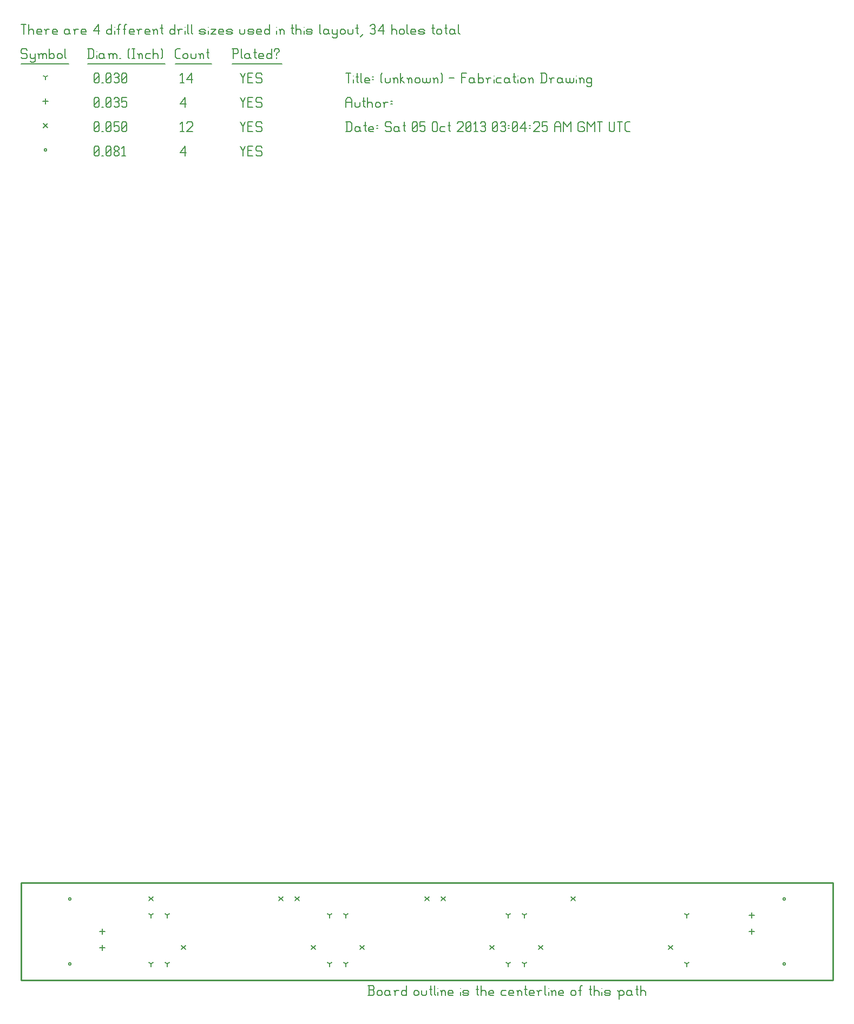
<source format=gbr>
G04 start of page 12 for group -3984 idx -3984 *
G04 Title: (unknown), fab *
G04 Creator: pcb 1.99z *
G04 CreationDate: Sat 05 Oct 2013 03:04:25 AM GMT UTC *
G04 For: commonadmin *
G04 Format: Gerber/RS-274X *
G04 PCB-Dimensions: 600000 500000 *
G04 PCB-Coordinate-Origin: lower left *
%MOIN*%
%FSLAX25Y25*%
%LNFAB*%
%ADD49C,0.0100*%
%ADD48C,0.0075*%
%ADD47C,0.0060*%
%ADD46C,0.0080*%
G54D46*X29200Y10000D02*G75*G03X30800Y10000I800J0D01*G01*
G75*G03X29200Y10000I-800J0D01*G01*
Y50000D02*G75*G03X30800Y50000I800J0D01*G01*
G75*G03X29200Y50000I-800J0D01*G01*
X469200D02*G75*G03X470800Y50000I800J0D01*G01*
G75*G03X469200Y50000I-800J0D01*G01*
Y10000D02*G75*G03X470800Y10000I800J0D01*G01*
G75*G03X469200Y10000I-800J0D01*G01*
X14200Y511250D02*G75*G03X15800Y511250I800J0D01*G01*
G75*G03X14200Y511250I-800J0D01*G01*
G54D47*X135000Y513500D02*X136500Y510500D01*
X138000Y513500D01*
X136500Y510500D02*Y507500D01*
X139800Y510800D02*X142050D01*
X139800Y507500D02*X142800D01*
X139800Y513500D02*Y507500D01*
Y513500D02*X142800D01*
X147600D02*X148350Y512750D01*
X145350Y513500D02*X147600D01*
X144600Y512750D02*X145350Y513500D01*
X144600Y512750D02*Y511250D01*
X145350Y510500D01*
X147600D01*
X148350Y509750D01*
Y508250D01*
X147600Y507500D02*X148350Y508250D01*
X145350Y507500D02*X147600D01*
X144600Y508250D02*X145350Y507500D01*
X98000Y509750D02*X101000Y513500D01*
X98000Y509750D02*X101750D01*
X101000Y513500D02*Y507500D01*
X45000Y508250D02*X45750Y507500D01*
X45000Y512750D02*Y508250D01*
Y512750D02*X45750Y513500D01*
X47250D01*
X48000Y512750D01*
Y508250D01*
X47250Y507500D02*X48000Y508250D01*
X45750Y507500D02*X47250D01*
X45000Y509000D02*X48000Y512000D01*
X49800Y507500D02*X50550D01*
X52350Y508250D02*X53100Y507500D01*
X52350Y512750D02*Y508250D01*
Y512750D02*X53100Y513500D01*
X54600D01*
X55350Y512750D01*
Y508250D01*
X54600Y507500D02*X55350Y508250D01*
X53100Y507500D02*X54600D01*
X52350Y509000D02*X55350Y512000D01*
X57150Y508250D02*X57900Y507500D01*
X57150Y509450D02*Y508250D01*
Y509450D02*X58200Y510500D01*
X59100D01*
X60150Y509450D01*
Y508250D01*
X59400Y507500D02*X60150Y508250D01*
X57900Y507500D02*X59400D01*
X57150Y511550D02*X58200Y510500D01*
X57150Y512750D02*Y511550D01*
Y512750D02*X57900Y513500D01*
X59400D01*
X60150Y512750D01*
Y511550D01*
X59100Y510500D02*X60150Y511550D01*
X61950Y512300D02*X63150Y513500D01*
Y507500D01*
X61950D02*X64200D01*
X318800Y21200D02*X321200Y18800D01*
X318800D02*X321200Y21200D01*
X398800D02*X401200Y18800D01*
X398800D02*X401200Y21200D01*
X258800Y51200D02*X261200Y48800D01*
X258800D02*X261200Y51200D01*
X338800D02*X341200Y48800D01*
X338800D02*X341200Y51200D01*
X168800D02*X171200Y48800D01*
X168800D02*X171200Y51200D01*
X248800D02*X251200Y48800D01*
X248800D02*X251200Y51200D01*
X78800D02*X81200Y48800D01*
X78800D02*X81200Y51200D01*
X158800D02*X161200Y48800D01*
X158800D02*X161200Y51200D01*
X208800Y21200D02*X211200Y18800D01*
X208800D02*X211200Y21200D01*
X288800D02*X291200Y18800D01*
X288800D02*X291200Y21200D01*
X98800D02*X101200Y18800D01*
X98800D02*X101200Y21200D01*
X178800D02*X181200Y18800D01*
X178800D02*X181200Y21200D01*
X13800Y527450D02*X16200Y525050D01*
X13800D02*X16200Y527450D01*
X135000Y528500D02*X136500Y525500D01*
X138000Y528500D01*
X136500Y525500D02*Y522500D01*
X139800Y525800D02*X142050D01*
X139800Y522500D02*X142800D01*
X139800Y528500D02*Y522500D01*
Y528500D02*X142800D01*
X147600D02*X148350Y527750D01*
X145350Y528500D02*X147600D01*
X144600Y527750D02*X145350Y528500D01*
X144600Y527750D02*Y526250D01*
X145350Y525500D01*
X147600D01*
X148350Y524750D01*
Y523250D01*
X147600Y522500D02*X148350Y523250D01*
X145350Y522500D02*X147600D01*
X144600Y523250D02*X145350Y522500D01*
X98000Y527300D02*X99200Y528500D01*
Y522500D01*
X98000D02*X100250D01*
X102050Y527750D02*X102800Y528500D01*
X105050D01*
X105800Y527750D01*
Y526250D01*
X102050Y522500D02*X105800Y526250D01*
X102050Y522500D02*X105800D01*
X45000Y523250D02*X45750Y522500D01*
X45000Y527750D02*Y523250D01*
Y527750D02*X45750Y528500D01*
X47250D01*
X48000Y527750D01*
Y523250D01*
X47250Y522500D02*X48000Y523250D01*
X45750Y522500D02*X47250D01*
X45000Y524000D02*X48000Y527000D01*
X49800Y522500D02*X50550D01*
X52350Y523250D02*X53100Y522500D01*
X52350Y527750D02*Y523250D01*
Y527750D02*X53100Y528500D01*
X54600D01*
X55350Y527750D01*
Y523250D01*
X54600Y522500D02*X55350Y523250D01*
X53100Y522500D02*X54600D01*
X52350Y524000D02*X55350Y527000D01*
X57150Y528500D02*X60150D01*
X57150D02*Y525500D01*
X57900Y526250D01*
X59400D01*
X60150Y525500D01*
Y523250D01*
X59400Y522500D02*X60150Y523250D01*
X57900Y522500D02*X59400D01*
X57150Y523250D02*X57900Y522500D01*
X61950Y523250D02*X62700Y522500D01*
X61950Y527750D02*Y523250D01*
Y527750D02*X62700Y528500D01*
X64200D01*
X64950Y527750D01*
Y523250D01*
X64200Y522500D02*X64950Y523250D01*
X62700Y522500D02*X64200D01*
X61950Y524000D02*X64950Y527000D01*
X50000Y31600D02*Y28400D01*
X48400Y30000D02*X51600D01*
X50000Y21600D02*Y18400D01*
X48400Y20000D02*X51600D01*
X450000Y31600D02*Y28400D01*
X448400Y30000D02*X451600D01*
X450000Y41600D02*Y38400D01*
X448400Y40000D02*X451600D01*
X15000Y542850D02*Y539650D01*
X13400Y541250D02*X16600D01*
X135000Y543500D02*X136500Y540500D01*
X138000Y543500D01*
X136500Y540500D02*Y537500D01*
X139800Y540800D02*X142050D01*
X139800Y537500D02*X142800D01*
X139800Y543500D02*Y537500D01*
Y543500D02*X142800D01*
X147600D02*X148350Y542750D01*
X145350Y543500D02*X147600D01*
X144600Y542750D02*X145350Y543500D01*
X144600Y542750D02*Y541250D01*
X145350Y540500D01*
X147600D01*
X148350Y539750D01*
Y538250D01*
X147600Y537500D02*X148350Y538250D01*
X145350Y537500D02*X147600D01*
X144600Y538250D02*X145350Y537500D01*
X98000Y539750D02*X101000Y543500D01*
X98000Y539750D02*X101750D01*
X101000Y543500D02*Y537500D01*
X45000Y538250D02*X45750Y537500D01*
X45000Y542750D02*Y538250D01*
Y542750D02*X45750Y543500D01*
X47250D01*
X48000Y542750D01*
Y538250D01*
X47250Y537500D02*X48000Y538250D01*
X45750Y537500D02*X47250D01*
X45000Y539000D02*X48000Y542000D01*
X49800Y537500D02*X50550D01*
X52350Y538250D02*X53100Y537500D01*
X52350Y542750D02*Y538250D01*
Y542750D02*X53100Y543500D01*
X54600D01*
X55350Y542750D01*
Y538250D01*
X54600Y537500D02*X55350Y538250D01*
X53100Y537500D02*X54600D01*
X52350Y539000D02*X55350Y542000D01*
X57150Y542750D02*X57900Y543500D01*
X59400D01*
X60150Y542750D01*
X59400Y537500D02*X60150Y538250D01*
X57900Y537500D02*X59400D01*
X57150Y538250D02*X57900Y537500D01*
Y540800D02*X59400D01*
X60150Y542750D02*Y541550D01*
Y540050D02*Y538250D01*
Y540050D02*X59400Y540800D01*
X60150Y541550D02*X59400Y540800D01*
X61950Y543500D02*X64950D01*
X61950D02*Y540500D01*
X62700Y541250D01*
X64200D01*
X64950Y540500D01*
Y538250D01*
X64200Y537500D02*X64950Y538250D01*
X62700Y537500D02*X64200D01*
X61950Y538250D02*X62700Y537500D01*
X80000Y10000D02*Y8400D01*
Y10000D02*X81387Y10800D01*
X80000Y10000D02*X78613Y10800D01*
X80000Y40000D02*Y38400D01*
Y40000D02*X81387Y40800D01*
X80000Y40000D02*X78613Y40800D01*
X90000Y10000D02*Y8400D01*
Y10000D02*X91387Y10800D01*
X90000Y10000D02*X88613Y10800D01*
X90000Y40000D02*Y38400D01*
Y40000D02*X91387Y40800D01*
X90000Y40000D02*X88613Y40800D01*
X310000Y10000D02*Y8400D01*
Y10000D02*X311387Y10800D01*
X310000Y10000D02*X308613Y10800D01*
X310000Y40000D02*Y38400D01*
Y40000D02*X311387Y40800D01*
X310000Y40000D02*X308613Y40800D01*
X200000Y10000D02*Y8400D01*
Y10000D02*X201387Y10800D01*
X200000Y10000D02*X198613Y10800D01*
X200000Y40000D02*Y38400D01*
Y40000D02*X201387Y40800D01*
X200000Y40000D02*X198613Y40800D01*
X190000Y10000D02*Y8400D01*
Y10000D02*X191387Y10800D01*
X190000Y10000D02*X188613Y10800D01*
X190000Y40000D02*Y38400D01*
Y40000D02*X191387Y40800D01*
X190000Y40000D02*X188613Y40800D01*
X300000Y10000D02*Y8400D01*
Y10000D02*X301387Y10800D01*
X300000Y10000D02*X298613Y10800D01*
X300000Y40000D02*Y38400D01*
Y40000D02*X301387Y40800D01*
X300000Y40000D02*X298613Y40800D01*
X410000Y10000D02*Y8400D01*
Y10000D02*X411387Y10800D01*
X410000Y10000D02*X408613Y10800D01*
X410000Y40000D02*Y38400D01*
Y40000D02*X411387Y40800D01*
X410000Y40000D02*X408613Y40800D01*
X15000Y556250D02*Y554650D01*
Y556250D02*X16387Y557050D01*
X15000Y556250D02*X13613Y557050D01*
X135000Y558500D02*X136500Y555500D01*
X138000Y558500D01*
X136500Y555500D02*Y552500D01*
X139800Y555800D02*X142050D01*
X139800Y552500D02*X142800D01*
X139800Y558500D02*Y552500D01*
Y558500D02*X142800D01*
X147600D02*X148350Y557750D01*
X145350Y558500D02*X147600D01*
X144600Y557750D02*X145350Y558500D01*
X144600Y557750D02*Y556250D01*
X145350Y555500D01*
X147600D01*
X148350Y554750D01*
Y553250D01*
X147600Y552500D02*X148350Y553250D01*
X145350Y552500D02*X147600D01*
X144600Y553250D02*X145350Y552500D01*
X98000Y557300D02*X99200Y558500D01*
Y552500D01*
X98000D02*X100250D01*
X102050Y554750D02*X105050Y558500D01*
X102050Y554750D02*X105800D01*
X105050Y558500D02*Y552500D01*
X45000Y553250D02*X45750Y552500D01*
X45000Y557750D02*Y553250D01*
Y557750D02*X45750Y558500D01*
X47250D01*
X48000Y557750D01*
Y553250D01*
X47250Y552500D02*X48000Y553250D01*
X45750Y552500D02*X47250D01*
X45000Y554000D02*X48000Y557000D01*
X49800Y552500D02*X50550D01*
X52350Y553250D02*X53100Y552500D01*
X52350Y557750D02*Y553250D01*
Y557750D02*X53100Y558500D01*
X54600D01*
X55350Y557750D01*
Y553250D01*
X54600Y552500D02*X55350Y553250D01*
X53100Y552500D02*X54600D01*
X52350Y554000D02*X55350Y557000D01*
X57150Y557750D02*X57900Y558500D01*
X59400D01*
X60150Y557750D01*
X59400Y552500D02*X60150Y553250D01*
X57900Y552500D02*X59400D01*
X57150Y553250D02*X57900Y552500D01*
Y555800D02*X59400D01*
X60150Y557750D02*Y556550D01*
Y555050D02*Y553250D01*
Y555050D02*X59400Y555800D01*
X60150Y556550D02*X59400Y555800D01*
X61950Y553250D02*X62700Y552500D01*
X61950Y557750D02*Y553250D01*
Y557750D02*X62700Y558500D01*
X64200D01*
X64950Y557750D01*
Y553250D01*
X64200Y552500D02*X64950Y553250D01*
X62700Y552500D02*X64200D01*
X61950Y554000D02*X64950Y557000D01*
X3000Y573500D02*X3750Y572750D01*
X750Y573500D02*X3000D01*
X0Y572750D02*X750Y573500D01*
X0Y572750D02*Y571250D01*
X750Y570500D01*
X3000D01*
X3750Y569750D01*
Y568250D01*
X3000Y567500D02*X3750Y568250D01*
X750Y567500D02*X3000D01*
X0Y568250D02*X750Y567500D01*
X5550Y570500D02*Y568250D01*
X6300Y567500D01*
X8550Y570500D02*Y566000D01*
X7800Y565250D02*X8550Y566000D01*
X6300Y565250D02*X7800D01*
X5550Y566000D02*X6300Y565250D01*
Y567500D02*X7800D01*
X8550Y568250D01*
X11100Y569750D02*Y567500D01*
Y569750D02*X11850Y570500D01*
X12600D01*
X13350Y569750D01*
Y567500D01*
Y569750D02*X14100Y570500D01*
X14850D01*
X15600Y569750D01*
Y567500D01*
X10350Y570500D02*X11100Y569750D01*
X17400Y573500D02*Y567500D01*
Y568250D02*X18150Y567500D01*
X19650D01*
X20400Y568250D01*
Y569750D02*Y568250D01*
X19650Y570500D02*X20400Y569750D01*
X18150Y570500D02*X19650D01*
X17400Y569750D02*X18150Y570500D01*
X22200Y569750D02*Y568250D01*
Y569750D02*X22950Y570500D01*
X24450D01*
X25200Y569750D01*
Y568250D01*
X24450Y567500D02*X25200Y568250D01*
X22950Y567500D02*X24450D01*
X22200Y568250D02*X22950Y567500D01*
X27000Y573500D02*Y568250D01*
X27750Y567500D01*
X0Y564250D02*X29250D01*
X41750Y573500D02*Y567500D01*
X43700Y573500D02*X44750Y572450D01*
Y568550D01*
X43700Y567500D02*X44750Y568550D01*
X41000Y567500D02*X43700D01*
X41000Y573500D02*X43700D01*
G54D48*X46550Y572000D02*Y571850D01*
G54D47*Y569750D02*Y567500D01*
X50300Y570500D02*X51050Y569750D01*
X48800Y570500D02*X50300D01*
X48050Y569750D02*X48800Y570500D01*
X48050Y569750D02*Y568250D01*
X48800Y567500D01*
X51050Y570500D02*Y568250D01*
X51800Y567500D01*
X48800D02*X50300D01*
X51050Y568250D01*
X54350Y569750D02*Y567500D01*
Y569750D02*X55100Y570500D01*
X55850D01*
X56600Y569750D01*
Y567500D01*
Y569750D02*X57350Y570500D01*
X58100D01*
X58850Y569750D01*
Y567500D01*
X53600Y570500D02*X54350Y569750D01*
X60650Y567500D02*X61400D01*
X65900Y568250D02*X66650Y567500D01*
X65900Y572750D02*X66650Y573500D01*
X65900Y572750D02*Y568250D01*
X68450Y573500D02*X69950D01*
X69200D02*Y567500D01*
X68450D02*X69950D01*
X72500Y569750D02*Y567500D01*
Y569750D02*X73250Y570500D01*
X74000D01*
X74750Y569750D01*
Y567500D01*
X71750Y570500D02*X72500Y569750D01*
X77300Y570500D02*X79550D01*
X76550Y569750D02*X77300Y570500D01*
X76550Y569750D02*Y568250D01*
X77300Y567500D01*
X79550D01*
X81350Y573500D02*Y567500D01*
Y569750D02*X82100Y570500D01*
X83600D01*
X84350Y569750D01*
Y567500D01*
X86150Y573500D02*X86900Y572750D01*
Y568250D01*
X86150Y567500D02*X86900Y568250D01*
X41000Y564250D02*X88700D01*
X96050Y567500D02*X98000D01*
X95000Y568550D02*X96050Y567500D01*
X95000Y572450D02*Y568550D01*
Y572450D02*X96050Y573500D01*
X98000D01*
X99800Y569750D02*Y568250D01*
Y569750D02*X100550Y570500D01*
X102050D01*
X102800Y569750D01*
Y568250D01*
X102050Y567500D02*X102800Y568250D01*
X100550Y567500D02*X102050D01*
X99800Y568250D02*X100550Y567500D01*
X104600Y570500D02*Y568250D01*
X105350Y567500D01*
X106850D01*
X107600Y568250D01*
Y570500D02*Y568250D01*
X110150Y569750D02*Y567500D01*
Y569750D02*X110900Y570500D01*
X111650D01*
X112400Y569750D01*
Y567500D01*
X109400Y570500D02*X110150Y569750D01*
X114950Y573500D02*Y568250D01*
X115700Y567500D01*
X114200Y571250D02*X115700D01*
X95000Y564250D02*X117200D01*
X130750Y573500D02*Y567500D01*
X130000Y573500D02*X133000D01*
X133750Y572750D01*
Y571250D01*
X133000Y570500D02*X133750Y571250D01*
X130750Y570500D02*X133000D01*
X135550Y573500D02*Y568250D01*
X136300Y567500D01*
X140050Y570500D02*X140800Y569750D01*
X138550Y570500D02*X140050D01*
X137800Y569750D02*X138550Y570500D01*
X137800Y569750D02*Y568250D01*
X138550Y567500D01*
X140800Y570500D02*Y568250D01*
X141550Y567500D01*
X138550D02*X140050D01*
X140800Y568250D01*
X144100Y573500D02*Y568250D01*
X144850Y567500D01*
X143350Y571250D02*X144850D01*
X147100Y567500D02*X149350D01*
X146350Y568250D02*X147100Y567500D01*
X146350Y569750D02*Y568250D01*
Y569750D02*X147100Y570500D01*
X148600D01*
X149350Y569750D01*
X146350Y569000D02*X149350D01*
Y569750D02*Y569000D01*
X154150Y573500D02*Y567500D01*
X153400D02*X154150Y568250D01*
X151900Y567500D02*X153400D01*
X151150Y568250D02*X151900Y567500D01*
X151150Y569750D02*Y568250D01*
Y569750D02*X151900Y570500D01*
X153400D01*
X154150Y569750D01*
X157450Y570500D02*Y569750D01*
Y568250D02*Y567500D01*
X155950Y572750D02*Y572000D01*
Y572750D02*X156700Y573500D01*
X158200D01*
X158950Y572750D01*
Y572000D01*
X157450Y570500D02*X158950Y572000D01*
X130000Y564250D02*X160750D01*
X0Y588500D02*X3000D01*
X1500D02*Y582500D01*
X4800Y588500D02*Y582500D01*
Y584750D02*X5550Y585500D01*
X7050D01*
X7800Y584750D01*
Y582500D01*
X10350D02*X12600D01*
X9600Y583250D02*X10350Y582500D01*
X9600Y584750D02*Y583250D01*
Y584750D02*X10350Y585500D01*
X11850D01*
X12600Y584750D01*
X9600Y584000D02*X12600D01*
Y584750D02*Y584000D01*
X15150Y584750D02*Y582500D01*
Y584750D02*X15900Y585500D01*
X17400D01*
X14400D02*X15150Y584750D01*
X19950Y582500D02*X22200D01*
X19200Y583250D02*X19950Y582500D01*
X19200Y584750D02*Y583250D01*
Y584750D02*X19950Y585500D01*
X21450D01*
X22200Y584750D01*
X19200Y584000D02*X22200D01*
Y584750D02*Y584000D01*
X28950Y585500D02*X29700Y584750D01*
X27450Y585500D02*X28950D01*
X26700Y584750D02*X27450Y585500D01*
X26700Y584750D02*Y583250D01*
X27450Y582500D01*
X29700Y585500D02*Y583250D01*
X30450Y582500D01*
X27450D02*X28950D01*
X29700Y583250D01*
X33000Y584750D02*Y582500D01*
Y584750D02*X33750Y585500D01*
X35250D01*
X32250D02*X33000Y584750D01*
X37800Y582500D02*X40050D01*
X37050Y583250D02*X37800Y582500D01*
X37050Y584750D02*Y583250D01*
Y584750D02*X37800Y585500D01*
X39300D01*
X40050Y584750D01*
X37050Y584000D02*X40050D01*
Y584750D02*Y584000D01*
X44550Y584750D02*X47550Y588500D01*
X44550Y584750D02*X48300D01*
X47550Y588500D02*Y582500D01*
X55800Y588500D02*Y582500D01*
X55050D02*X55800Y583250D01*
X53550Y582500D02*X55050D01*
X52800Y583250D02*X53550Y582500D01*
X52800Y584750D02*Y583250D01*
Y584750D02*X53550Y585500D01*
X55050D01*
X55800Y584750D01*
G54D48*X57600Y587000D02*Y586850D01*
G54D47*Y584750D02*Y582500D01*
X59850Y587750D02*Y582500D01*
Y587750D02*X60600Y588500D01*
X61350D01*
X59100Y585500D02*X60600D01*
X63600Y587750D02*Y582500D01*
Y587750D02*X64350Y588500D01*
X65100D01*
X62850Y585500D02*X64350D01*
X67350Y582500D02*X69600D01*
X66600Y583250D02*X67350Y582500D01*
X66600Y584750D02*Y583250D01*
Y584750D02*X67350Y585500D01*
X68850D01*
X69600Y584750D01*
X66600Y584000D02*X69600D01*
Y584750D02*Y584000D01*
X72150Y584750D02*Y582500D01*
Y584750D02*X72900Y585500D01*
X74400D01*
X71400D02*X72150Y584750D01*
X76950Y582500D02*X79200D01*
X76200Y583250D02*X76950Y582500D01*
X76200Y584750D02*Y583250D01*
Y584750D02*X76950Y585500D01*
X78450D01*
X79200Y584750D01*
X76200Y584000D02*X79200D01*
Y584750D02*Y584000D01*
X81750Y584750D02*Y582500D01*
Y584750D02*X82500Y585500D01*
X83250D01*
X84000Y584750D01*
Y582500D01*
X81000Y585500D02*X81750Y584750D01*
X86550Y588500D02*Y583250D01*
X87300Y582500D01*
X85800Y586250D02*X87300D01*
X94500Y588500D02*Y582500D01*
X93750D02*X94500Y583250D01*
X92250Y582500D02*X93750D01*
X91500Y583250D02*X92250Y582500D01*
X91500Y584750D02*Y583250D01*
Y584750D02*X92250Y585500D01*
X93750D01*
X94500Y584750D01*
X97050D02*Y582500D01*
Y584750D02*X97800Y585500D01*
X99300D01*
X96300D02*X97050Y584750D01*
G54D48*X101100Y587000D02*Y586850D01*
G54D47*Y584750D02*Y582500D01*
X102600Y588500D02*Y583250D01*
X103350Y582500D01*
X104850Y588500D02*Y583250D01*
X105600Y582500D01*
X110550D02*X112800D01*
X113550Y583250D01*
X112800Y584000D02*X113550Y583250D01*
X110550Y584000D02*X112800D01*
X109800Y584750D02*X110550Y584000D01*
X109800Y584750D02*X110550Y585500D01*
X112800D01*
X113550Y584750D01*
X109800Y583250D02*X110550Y582500D01*
G54D48*X115350Y587000D02*Y586850D01*
G54D47*Y584750D02*Y582500D01*
X116850Y585500D02*X119850D01*
X116850Y582500D02*X119850Y585500D01*
X116850Y582500D02*X119850D01*
X122400D02*X124650D01*
X121650Y583250D02*X122400Y582500D01*
X121650Y584750D02*Y583250D01*
Y584750D02*X122400Y585500D01*
X123900D01*
X124650Y584750D01*
X121650Y584000D02*X124650D01*
Y584750D02*Y584000D01*
X127200Y582500D02*X129450D01*
X130200Y583250D01*
X129450Y584000D02*X130200Y583250D01*
X127200Y584000D02*X129450D01*
X126450Y584750D02*X127200Y584000D01*
X126450Y584750D02*X127200Y585500D01*
X129450D01*
X130200Y584750D01*
X126450Y583250D02*X127200Y582500D01*
X134700Y585500D02*Y583250D01*
X135450Y582500D01*
X136950D01*
X137700Y583250D01*
Y585500D02*Y583250D01*
X140250Y582500D02*X142500D01*
X143250Y583250D01*
X142500Y584000D02*X143250Y583250D01*
X140250Y584000D02*X142500D01*
X139500Y584750D02*X140250Y584000D01*
X139500Y584750D02*X140250Y585500D01*
X142500D01*
X143250Y584750D01*
X139500Y583250D02*X140250Y582500D01*
X145800D02*X148050D01*
X145050Y583250D02*X145800Y582500D01*
X145050Y584750D02*Y583250D01*
Y584750D02*X145800Y585500D01*
X147300D01*
X148050Y584750D01*
X145050Y584000D02*X148050D01*
Y584750D02*Y584000D01*
X152850Y588500D02*Y582500D01*
X152100D02*X152850Y583250D01*
X150600Y582500D02*X152100D01*
X149850Y583250D02*X150600Y582500D01*
X149850Y584750D02*Y583250D01*
Y584750D02*X150600Y585500D01*
X152100D01*
X152850Y584750D01*
G54D48*X157350Y587000D02*Y586850D01*
G54D47*Y584750D02*Y582500D01*
X159600Y584750D02*Y582500D01*
Y584750D02*X160350Y585500D01*
X161100D01*
X161850Y584750D01*
Y582500D01*
X158850Y585500D02*X159600Y584750D01*
X167100Y588500D02*Y583250D01*
X167850Y582500D01*
X166350Y586250D02*X167850D01*
X169350Y588500D02*Y582500D01*
Y584750D02*X170100Y585500D01*
X171600D01*
X172350Y584750D01*
Y582500D01*
G54D48*X174150Y587000D02*Y586850D01*
G54D47*Y584750D02*Y582500D01*
X176400D02*X178650D01*
X179400Y583250D01*
X178650Y584000D02*X179400Y583250D01*
X176400Y584000D02*X178650D01*
X175650Y584750D02*X176400Y584000D01*
X175650Y584750D02*X176400Y585500D01*
X178650D01*
X179400Y584750D01*
X175650Y583250D02*X176400Y582500D01*
X183900Y588500D02*Y583250D01*
X184650Y582500D01*
X188400Y585500D02*X189150Y584750D01*
X186900Y585500D02*X188400D01*
X186150Y584750D02*X186900Y585500D01*
X186150Y584750D02*Y583250D01*
X186900Y582500D01*
X189150Y585500D02*Y583250D01*
X189900Y582500D01*
X186900D02*X188400D01*
X189150Y583250D01*
X191700Y585500D02*Y583250D01*
X192450Y582500D01*
X194700Y585500D02*Y581000D01*
X193950Y580250D02*X194700Y581000D01*
X192450Y580250D02*X193950D01*
X191700Y581000D02*X192450Y580250D01*
Y582500D02*X193950D01*
X194700Y583250D01*
X196500Y584750D02*Y583250D01*
Y584750D02*X197250Y585500D01*
X198750D01*
X199500Y584750D01*
Y583250D01*
X198750Y582500D02*X199500Y583250D01*
X197250Y582500D02*X198750D01*
X196500Y583250D02*X197250Y582500D01*
X201300Y585500D02*Y583250D01*
X202050Y582500D01*
X203550D01*
X204300Y583250D01*
Y585500D02*Y583250D01*
X206850Y588500D02*Y583250D01*
X207600Y582500D01*
X206100Y586250D02*X207600D01*
X209100Y581000D02*X210600Y582500D01*
X215100Y587750D02*X215850Y588500D01*
X217350D01*
X218100Y587750D01*
X217350Y582500D02*X218100Y583250D01*
X215850Y582500D02*X217350D01*
X215100Y583250D02*X215850Y582500D01*
Y585800D02*X217350D01*
X218100Y587750D02*Y586550D01*
Y585050D02*Y583250D01*
Y585050D02*X217350Y585800D01*
X218100Y586550D02*X217350Y585800D01*
X219900Y584750D02*X222900Y588500D01*
X219900Y584750D02*X223650D01*
X222900Y588500D02*Y582500D01*
X228150Y588500D02*Y582500D01*
Y584750D02*X228900Y585500D01*
X230400D01*
X231150Y584750D01*
Y582500D01*
X232950Y584750D02*Y583250D01*
Y584750D02*X233700Y585500D01*
X235200D01*
X235950Y584750D01*
Y583250D01*
X235200Y582500D02*X235950Y583250D01*
X233700Y582500D02*X235200D01*
X232950Y583250D02*X233700Y582500D01*
X237750Y588500D02*Y583250D01*
X238500Y582500D01*
X240750D02*X243000D01*
X240000Y583250D02*X240750Y582500D01*
X240000Y584750D02*Y583250D01*
Y584750D02*X240750Y585500D01*
X242250D01*
X243000Y584750D01*
X240000Y584000D02*X243000D01*
Y584750D02*Y584000D01*
X245550Y582500D02*X247800D01*
X248550Y583250D01*
X247800Y584000D02*X248550Y583250D01*
X245550Y584000D02*X247800D01*
X244800Y584750D02*X245550Y584000D01*
X244800Y584750D02*X245550Y585500D01*
X247800D01*
X248550Y584750D01*
X244800Y583250D02*X245550Y582500D01*
X253800Y588500D02*Y583250D01*
X254550Y582500D01*
X253050Y586250D02*X254550D01*
X256050Y584750D02*Y583250D01*
Y584750D02*X256800Y585500D01*
X258300D01*
X259050Y584750D01*
Y583250D01*
X258300Y582500D02*X259050Y583250D01*
X256800Y582500D02*X258300D01*
X256050Y583250D02*X256800Y582500D01*
X261600Y588500D02*Y583250D01*
X262350Y582500D01*
X260850Y586250D02*X262350D01*
X266100Y585500D02*X266850Y584750D01*
X264600Y585500D02*X266100D01*
X263850Y584750D02*X264600Y585500D01*
X263850Y584750D02*Y583250D01*
X264600Y582500D01*
X266850Y585500D02*Y583250D01*
X267600Y582500D01*
X264600D02*X266100D01*
X266850Y583250D01*
X269400Y588500D02*Y583250D01*
X270150Y582500D01*
G54D49*X0Y60000D02*X500000D01*
Y0D01*
X0Y60000D02*Y0D01*
X500000D01*
G54D47*X213675Y-9500D02*X216675D01*
X217425Y-8750D01*
Y-6950D02*Y-8750D01*
X216675Y-6200D02*X217425Y-6950D01*
X214425Y-6200D02*X216675D01*
X214425Y-3500D02*Y-9500D01*
X213675Y-3500D02*X216675D01*
X217425Y-4250D01*
Y-5450D01*
X216675Y-6200D02*X217425Y-5450D01*
X219225Y-7250D02*Y-8750D01*
Y-7250D02*X219975Y-6500D01*
X221475D01*
X222225Y-7250D01*
Y-8750D01*
X221475Y-9500D02*X222225Y-8750D01*
X219975Y-9500D02*X221475D01*
X219225Y-8750D02*X219975Y-9500D01*
X226275Y-6500D02*X227025Y-7250D01*
X224775Y-6500D02*X226275D01*
X224025Y-7250D02*X224775Y-6500D01*
X224025Y-7250D02*Y-8750D01*
X224775Y-9500D01*
X227025Y-6500D02*Y-8750D01*
X227775Y-9500D01*
X224775D02*X226275D01*
X227025Y-8750D01*
X230325Y-7250D02*Y-9500D01*
Y-7250D02*X231075Y-6500D01*
X232575D01*
X229575D02*X230325Y-7250D01*
X237375Y-3500D02*Y-9500D01*
X236625D02*X237375Y-8750D01*
X235125Y-9500D02*X236625D01*
X234375Y-8750D02*X235125Y-9500D01*
X234375Y-7250D02*Y-8750D01*
Y-7250D02*X235125Y-6500D01*
X236625D01*
X237375Y-7250D01*
X241875D02*Y-8750D01*
Y-7250D02*X242625Y-6500D01*
X244125D01*
X244875Y-7250D01*
Y-8750D01*
X244125Y-9500D02*X244875Y-8750D01*
X242625Y-9500D02*X244125D01*
X241875Y-8750D02*X242625Y-9500D01*
X246675Y-6500D02*Y-8750D01*
X247425Y-9500D01*
X248925D01*
X249675Y-8750D01*
Y-6500D02*Y-8750D01*
X252225Y-3500D02*Y-8750D01*
X252975Y-9500D01*
X251475Y-5750D02*X252975D01*
X254475Y-3500D02*Y-8750D01*
X255225Y-9500D01*
G54D48*X256725Y-5000D02*Y-5150D01*
G54D47*Y-7250D02*Y-9500D01*
X258975Y-7250D02*Y-9500D01*
Y-7250D02*X259725Y-6500D01*
X260475D01*
X261225Y-7250D01*
Y-9500D01*
X258225Y-6500D02*X258975Y-7250D01*
X263775Y-9500D02*X266025D01*
X263025Y-8750D02*X263775Y-9500D01*
X263025Y-7250D02*Y-8750D01*
Y-7250D02*X263775Y-6500D01*
X265275D01*
X266025Y-7250D01*
X263025Y-8000D02*X266025D01*
Y-7250D02*Y-8000D01*
G54D48*X270525Y-5000D02*Y-5150D01*
G54D47*Y-7250D02*Y-9500D01*
X272775D02*X275025D01*
X275775Y-8750D01*
X275025Y-8000D02*X275775Y-8750D01*
X272775Y-8000D02*X275025D01*
X272025Y-7250D02*X272775Y-8000D01*
X272025Y-7250D02*X272775Y-6500D01*
X275025D01*
X275775Y-7250D01*
X272025Y-8750D02*X272775Y-9500D01*
X281025Y-3500D02*Y-8750D01*
X281775Y-9500D01*
X280275Y-5750D02*X281775D01*
X283275Y-3500D02*Y-9500D01*
Y-7250D02*X284025Y-6500D01*
X285525D01*
X286275Y-7250D01*
Y-9500D01*
X288825D02*X291075D01*
X288075Y-8750D02*X288825Y-9500D01*
X288075Y-7250D02*Y-8750D01*
Y-7250D02*X288825Y-6500D01*
X290325D01*
X291075Y-7250D01*
X288075Y-8000D02*X291075D01*
Y-7250D02*Y-8000D01*
X296325Y-6500D02*X298575D01*
X295575Y-7250D02*X296325Y-6500D01*
X295575Y-7250D02*Y-8750D01*
X296325Y-9500D01*
X298575D01*
X301125D02*X303375D01*
X300375Y-8750D02*X301125Y-9500D01*
X300375Y-7250D02*Y-8750D01*
Y-7250D02*X301125Y-6500D01*
X302625D01*
X303375Y-7250D01*
X300375Y-8000D02*X303375D01*
Y-7250D02*Y-8000D01*
X305925Y-7250D02*Y-9500D01*
Y-7250D02*X306675Y-6500D01*
X307425D01*
X308175Y-7250D01*
Y-9500D01*
X305175Y-6500D02*X305925Y-7250D01*
X310725Y-3500D02*Y-8750D01*
X311475Y-9500D01*
X309975Y-5750D02*X311475D01*
X313725Y-9500D02*X315975D01*
X312975Y-8750D02*X313725Y-9500D01*
X312975Y-7250D02*Y-8750D01*
Y-7250D02*X313725Y-6500D01*
X315225D01*
X315975Y-7250D01*
X312975Y-8000D02*X315975D01*
Y-7250D02*Y-8000D01*
X318525Y-7250D02*Y-9500D01*
Y-7250D02*X319275Y-6500D01*
X320775D01*
X317775D02*X318525Y-7250D01*
X322575Y-3500D02*Y-8750D01*
X323325Y-9500D01*
G54D48*X324825Y-5000D02*Y-5150D01*
G54D47*Y-7250D02*Y-9500D01*
X327075Y-7250D02*Y-9500D01*
Y-7250D02*X327825Y-6500D01*
X328575D01*
X329325Y-7250D01*
Y-9500D01*
X326325Y-6500D02*X327075Y-7250D01*
X331875Y-9500D02*X334125D01*
X331125Y-8750D02*X331875Y-9500D01*
X331125Y-7250D02*Y-8750D01*
Y-7250D02*X331875Y-6500D01*
X333375D01*
X334125Y-7250D01*
X331125Y-8000D02*X334125D01*
Y-7250D02*Y-8000D01*
X338625Y-7250D02*Y-8750D01*
Y-7250D02*X339375Y-6500D01*
X340875D01*
X341625Y-7250D01*
Y-8750D01*
X340875Y-9500D02*X341625Y-8750D01*
X339375Y-9500D02*X340875D01*
X338625Y-8750D02*X339375Y-9500D01*
X344175Y-4250D02*Y-9500D01*
Y-4250D02*X344925Y-3500D01*
X345675D01*
X343425Y-6500D02*X344925D01*
X350625Y-3500D02*Y-8750D01*
X351375Y-9500D01*
X349875Y-5750D02*X351375D01*
X352875Y-3500D02*Y-9500D01*
Y-7250D02*X353625Y-6500D01*
X355125D01*
X355875Y-7250D01*
Y-9500D01*
G54D48*X357675Y-5000D02*Y-5150D01*
G54D47*Y-7250D02*Y-9500D01*
X359925D02*X362175D01*
X362925Y-8750D01*
X362175Y-8000D02*X362925Y-8750D01*
X359925Y-8000D02*X362175D01*
X359175Y-7250D02*X359925Y-8000D01*
X359175Y-7250D02*X359925Y-6500D01*
X362175D01*
X362925Y-7250D01*
X359175Y-8750D02*X359925Y-9500D01*
X368175Y-7250D02*Y-11750D01*
X367425Y-6500D02*X368175Y-7250D01*
X368925Y-6500D01*
X370425D01*
X371175Y-7250D01*
Y-8750D01*
X370425Y-9500D02*X371175Y-8750D01*
X368925Y-9500D02*X370425D01*
X368175Y-8750D02*X368925Y-9500D01*
X375225Y-6500D02*X375975Y-7250D01*
X373725Y-6500D02*X375225D01*
X372975Y-7250D02*X373725Y-6500D01*
X372975Y-7250D02*Y-8750D01*
X373725Y-9500D01*
X375975Y-6500D02*Y-8750D01*
X376725Y-9500D01*
X373725D02*X375225D01*
X375975Y-8750D01*
X379275Y-3500D02*Y-8750D01*
X380025Y-9500D01*
X378525Y-5750D02*X380025D01*
X381525Y-3500D02*Y-9500D01*
Y-7250D02*X382275Y-6500D01*
X383775D01*
X384525Y-7250D01*
Y-9500D01*
X200750Y528500D02*Y522500D01*
X202700Y528500D02*X203750Y527450D01*
Y523550D01*
X202700Y522500D02*X203750Y523550D01*
X200000Y522500D02*X202700D01*
X200000Y528500D02*X202700D01*
X207800Y525500D02*X208550Y524750D01*
X206300Y525500D02*X207800D01*
X205550Y524750D02*X206300Y525500D01*
X205550Y524750D02*Y523250D01*
X206300Y522500D01*
X208550Y525500D02*Y523250D01*
X209300Y522500D01*
X206300D02*X207800D01*
X208550Y523250D01*
X211850Y528500D02*Y523250D01*
X212600Y522500D01*
X211100Y526250D02*X212600D01*
X214850Y522500D02*X217100D01*
X214100Y523250D02*X214850Y522500D01*
X214100Y524750D02*Y523250D01*
Y524750D02*X214850Y525500D01*
X216350D01*
X217100Y524750D01*
X214100Y524000D02*X217100D01*
Y524750D02*Y524000D01*
X218900Y526250D02*X219650D01*
X218900Y524750D02*X219650D01*
X227150Y528500D02*X227900Y527750D01*
X224900Y528500D02*X227150D01*
X224150Y527750D02*X224900Y528500D01*
X224150Y527750D02*Y526250D01*
X224900Y525500D01*
X227150D01*
X227900Y524750D01*
Y523250D01*
X227150Y522500D02*X227900Y523250D01*
X224900Y522500D02*X227150D01*
X224150Y523250D02*X224900Y522500D01*
X231950Y525500D02*X232700Y524750D01*
X230450Y525500D02*X231950D01*
X229700Y524750D02*X230450Y525500D01*
X229700Y524750D02*Y523250D01*
X230450Y522500D01*
X232700Y525500D02*Y523250D01*
X233450Y522500D01*
X230450D02*X231950D01*
X232700Y523250D01*
X236000Y528500D02*Y523250D01*
X236750Y522500D01*
X235250Y526250D02*X236750D01*
X240950Y523250D02*X241700Y522500D01*
X240950Y527750D02*Y523250D01*
Y527750D02*X241700Y528500D01*
X243200D01*
X243950Y527750D01*
Y523250D01*
X243200Y522500D02*X243950Y523250D01*
X241700Y522500D02*X243200D01*
X240950Y524000D02*X243950Y527000D01*
X245750Y528500D02*X248750D01*
X245750D02*Y525500D01*
X246500Y526250D01*
X248000D01*
X248750Y525500D01*
Y523250D01*
X248000Y522500D02*X248750Y523250D01*
X246500Y522500D02*X248000D01*
X245750Y523250D02*X246500Y522500D01*
X253250Y527750D02*Y523250D01*
Y527750D02*X254000Y528500D01*
X255500D01*
X256250Y527750D01*
Y523250D01*
X255500Y522500D02*X256250Y523250D01*
X254000Y522500D02*X255500D01*
X253250Y523250D02*X254000Y522500D01*
X258800Y525500D02*X261050D01*
X258050Y524750D02*X258800Y525500D01*
X258050Y524750D02*Y523250D01*
X258800Y522500D01*
X261050D01*
X263600Y528500D02*Y523250D01*
X264350Y522500D01*
X262850Y526250D02*X264350D01*
X268550Y527750D02*X269300Y528500D01*
X271550D01*
X272300Y527750D01*
Y526250D01*
X268550Y522500D02*X272300Y526250D01*
X268550Y522500D02*X272300D01*
X274100Y523250D02*X274850Y522500D01*
X274100Y527750D02*Y523250D01*
Y527750D02*X274850Y528500D01*
X276350D01*
X277100Y527750D01*
Y523250D01*
X276350Y522500D02*X277100Y523250D01*
X274850Y522500D02*X276350D01*
X274100Y524000D02*X277100Y527000D01*
X278900Y527300D02*X280100Y528500D01*
Y522500D01*
X278900D02*X281150D01*
X282950Y527750D02*X283700Y528500D01*
X285200D01*
X285950Y527750D01*
X285200Y522500D02*X285950Y523250D01*
X283700Y522500D02*X285200D01*
X282950Y523250D02*X283700Y522500D01*
Y525800D02*X285200D01*
X285950Y527750D02*Y526550D01*
Y525050D02*Y523250D01*
Y525050D02*X285200Y525800D01*
X285950Y526550D02*X285200Y525800D01*
X290450Y523250D02*X291200Y522500D01*
X290450Y527750D02*Y523250D01*
Y527750D02*X291200Y528500D01*
X292700D01*
X293450Y527750D01*
Y523250D01*
X292700Y522500D02*X293450Y523250D01*
X291200Y522500D02*X292700D01*
X290450Y524000D02*X293450Y527000D01*
X295250Y527750D02*X296000Y528500D01*
X297500D01*
X298250Y527750D01*
X297500Y522500D02*X298250Y523250D01*
X296000Y522500D02*X297500D01*
X295250Y523250D02*X296000Y522500D01*
Y525800D02*X297500D01*
X298250Y527750D02*Y526550D01*
Y525050D02*Y523250D01*
Y525050D02*X297500Y525800D01*
X298250Y526550D02*X297500Y525800D01*
X300050Y526250D02*X300800D01*
X300050Y524750D02*X300800D01*
X302600Y523250D02*X303350Y522500D01*
X302600Y527750D02*Y523250D01*
Y527750D02*X303350Y528500D01*
X304850D01*
X305600Y527750D01*
Y523250D01*
X304850Y522500D02*X305600Y523250D01*
X303350Y522500D02*X304850D01*
X302600Y524000D02*X305600Y527000D01*
X307400Y524750D02*X310400Y528500D01*
X307400Y524750D02*X311150D01*
X310400Y528500D02*Y522500D01*
X312950Y526250D02*X313700D01*
X312950Y524750D02*X313700D01*
X315500Y527750D02*X316250Y528500D01*
X318500D01*
X319250Y527750D01*
Y526250D01*
X315500Y522500D02*X319250Y526250D01*
X315500Y522500D02*X319250D01*
X321050Y528500D02*X324050D01*
X321050D02*Y525500D01*
X321800Y526250D01*
X323300D01*
X324050Y525500D01*
Y523250D01*
X323300Y522500D02*X324050Y523250D01*
X321800Y522500D02*X323300D01*
X321050Y523250D02*X321800Y522500D01*
X328550Y527000D02*Y522500D01*
Y527000D02*X329600Y528500D01*
X331250D01*
X332300Y527000D01*
Y522500D01*
X328550Y525500D02*X332300D01*
X334100Y528500D02*Y522500D01*
Y528500D02*X336350Y525500D01*
X338600Y528500D01*
Y522500D01*
X346100Y528500D02*X346850Y527750D01*
X343850Y528500D02*X346100D01*
X343100Y527750D02*X343850Y528500D01*
X343100Y527750D02*Y523250D01*
X343850Y522500D01*
X346100D01*
X346850Y523250D01*
Y524750D02*Y523250D01*
X346100Y525500D02*X346850Y524750D01*
X344600Y525500D02*X346100D01*
X348650Y528500D02*Y522500D01*
Y528500D02*X350900Y525500D01*
X353150Y528500D01*
Y522500D01*
X354950Y528500D02*X357950D01*
X356450D02*Y522500D01*
X362450Y528500D02*Y523250D01*
X363200Y522500D01*
X364700D01*
X365450Y523250D01*
Y528500D02*Y523250D01*
X367250Y528500D02*X370250D01*
X368750D02*Y522500D01*
X373100D02*X375050D01*
X372050Y523550D02*X373100Y522500D01*
X372050Y527450D02*Y523550D01*
Y527450D02*X373100Y528500D01*
X375050D01*
X200000Y542000D02*Y537500D01*
Y542000D02*X201050Y543500D01*
X202700D01*
X203750Y542000D01*
Y537500D01*
X200000Y540500D02*X203750D01*
X205550D02*Y538250D01*
X206300Y537500D01*
X207800D01*
X208550Y538250D01*
Y540500D02*Y538250D01*
X211100Y543500D02*Y538250D01*
X211850Y537500D01*
X210350Y541250D02*X211850D01*
X213350Y543500D02*Y537500D01*
Y539750D02*X214100Y540500D01*
X215600D01*
X216350Y539750D01*
Y537500D01*
X218150Y539750D02*Y538250D01*
Y539750D02*X218900Y540500D01*
X220400D01*
X221150Y539750D01*
Y538250D01*
X220400Y537500D02*X221150Y538250D01*
X218900Y537500D02*X220400D01*
X218150Y538250D02*X218900Y537500D01*
X223700Y539750D02*Y537500D01*
Y539750D02*X224450Y540500D01*
X225950D01*
X222950D02*X223700Y539750D01*
X227750Y541250D02*X228500D01*
X227750Y539750D02*X228500D01*
X200000Y558500D02*X203000D01*
X201500D02*Y552500D01*
G54D48*X204800Y557000D02*Y556850D01*
G54D47*Y554750D02*Y552500D01*
X207050Y558500D02*Y553250D01*
X207800Y552500D01*
X206300Y556250D02*X207800D01*
X209300Y558500D02*Y553250D01*
X210050Y552500D01*
X212300D02*X214550D01*
X211550Y553250D02*X212300Y552500D01*
X211550Y554750D02*Y553250D01*
Y554750D02*X212300Y555500D01*
X213800D01*
X214550Y554750D01*
X211550Y554000D02*X214550D01*
Y554750D02*Y554000D01*
X216350Y556250D02*X217100D01*
X216350Y554750D02*X217100D01*
X221600Y553250D02*X222350Y552500D01*
X221600Y557750D02*X222350Y558500D01*
X221600Y557750D02*Y553250D01*
X224150Y555500D02*Y553250D01*
X224900Y552500D01*
X226400D01*
X227150Y553250D01*
Y555500D02*Y553250D01*
X229700Y554750D02*Y552500D01*
Y554750D02*X230450Y555500D01*
X231200D01*
X231950Y554750D01*
Y552500D01*
X228950Y555500D02*X229700Y554750D01*
X233750Y558500D02*Y552500D01*
Y554750D02*X236000Y552500D01*
X233750Y554750D02*X235250Y556250D01*
X238550Y554750D02*Y552500D01*
Y554750D02*X239300Y555500D01*
X240050D01*
X240800Y554750D01*
Y552500D01*
X237800Y555500D02*X238550Y554750D01*
X242600D02*Y553250D01*
Y554750D02*X243350Y555500D01*
X244850D01*
X245600Y554750D01*
Y553250D01*
X244850Y552500D02*X245600Y553250D01*
X243350Y552500D02*X244850D01*
X242600Y553250D02*X243350Y552500D01*
X247400Y555500D02*Y553250D01*
X248150Y552500D01*
X248900D01*
X249650Y553250D01*
Y555500D02*Y553250D01*
X250400Y552500D01*
X251150D01*
X251900Y553250D01*
Y555500D02*Y553250D01*
X254450Y554750D02*Y552500D01*
Y554750D02*X255200Y555500D01*
X255950D01*
X256700Y554750D01*
Y552500D01*
X253700Y555500D02*X254450Y554750D01*
X258500Y558500D02*X259250Y557750D01*
Y553250D01*
X258500Y552500D02*X259250Y553250D01*
X263750Y555500D02*X266750D01*
X271250Y558500D02*Y552500D01*
Y558500D02*X274250D01*
X271250Y555800D02*X273500D01*
X278300Y555500D02*X279050Y554750D01*
X276800Y555500D02*X278300D01*
X276050Y554750D02*X276800Y555500D01*
X276050Y554750D02*Y553250D01*
X276800Y552500D01*
X279050Y555500D02*Y553250D01*
X279800Y552500D01*
X276800D02*X278300D01*
X279050Y553250D01*
X281600Y558500D02*Y552500D01*
Y553250D02*X282350Y552500D01*
X283850D01*
X284600Y553250D01*
Y554750D02*Y553250D01*
X283850Y555500D02*X284600Y554750D01*
X282350Y555500D02*X283850D01*
X281600Y554750D02*X282350Y555500D01*
X287150Y554750D02*Y552500D01*
Y554750D02*X287900Y555500D01*
X289400D01*
X286400D02*X287150Y554750D01*
G54D48*X291200Y557000D02*Y556850D01*
G54D47*Y554750D02*Y552500D01*
X293450Y555500D02*X295700D01*
X292700Y554750D02*X293450Y555500D01*
X292700Y554750D02*Y553250D01*
X293450Y552500D01*
X295700D01*
X299750Y555500D02*X300500Y554750D01*
X298250Y555500D02*X299750D01*
X297500Y554750D02*X298250Y555500D01*
X297500Y554750D02*Y553250D01*
X298250Y552500D01*
X300500Y555500D02*Y553250D01*
X301250Y552500D01*
X298250D02*X299750D01*
X300500Y553250D01*
X303800Y558500D02*Y553250D01*
X304550Y552500D01*
X303050Y556250D02*X304550D01*
G54D48*X306050Y557000D02*Y556850D01*
G54D47*Y554750D02*Y552500D01*
X307550Y554750D02*Y553250D01*
Y554750D02*X308300Y555500D01*
X309800D01*
X310550Y554750D01*
Y553250D01*
X309800Y552500D02*X310550Y553250D01*
X308300Y552500D02*X309800D01*
X307550Y553250D02*X308300Y552500D01*
X313100Y554750D02*Y552500D01*
Y554750D02*X313850Y555500D01*
X314600D01*
X315350Y554750D01*
Y552500D01*
X312350Y555500D02*X313100Y554750D01*
X320600Y558500D02*Y552500D01*
X322550Y558500D02*X323600Y557450D01*
Y553550D01*
X322550Y552500D02*X323600Y553550D01*
X319850Y552500D02*X322550D01*
X319850Y558500D02*X322550D01*
X326150Y554750D02*Y552500D01*
Y554750D02*X326900Y555500D01*
X328400D01*
X325400D02*X326150Y554750D01*
X332450Y555500D02*X333200Y554750D01*
X330950Y555500D02*X332450D01*
X330200Y554750D02*X330950Y555500D01*
X330200Y554750D02*Y553250D01*
X330950Y552500D01*
X333200Y555500D02*Y553250D01*
X333950Y552500D01*
X330950D02*X332450D01*
X333200Y553250D01*
X335750Y555500D02*Y553250D01*
X336500Y552500D01*
X337250D01*
X338000Y553250D01*
Y555500D02*Y553250D01*
X338750Y552500D01*
X339500D01*
X340250Y553250D01*
Y555500D02*Y553250D01*
G54D48*X342050Y557000D02*Y556850D01*
G54D47*Y554750D02*Y552500D01*
X344300Y554750D02*Y552500D01*
Y554750D02*X345050Y555500D01*
X345800D01*
X346550Y554750D01*
Y552500D01*
X343550Y555500D02*X344300Y554750D01*
X350600Y555500D02*X351350Y554750D01*
X349100Y555500D02*X350600D01*
X348350Y554750D02*X349100Y555500D01*
X348350Y554750D02*Y553250D01*
X349100Y552500D01*
X350600D01*
X351350Y553250D01*
X348350Y551000D02*X349100Y550250D01*
X350600D01*
X351350Y551000D01*
Y555500D02*Y551000D01*
M02*

</source>
